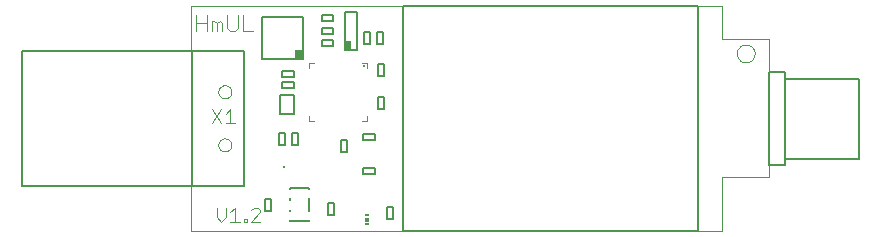
<source format=gto>
G75*
%MOIN*%
%OFA0B0*%
%FSLAX24Y24*%
%IPPOS*%
%LPD*%
%AMOC8*
5,1,8,0,0,1.08239X$1,22.5*
%
%ADD10C,0.0000*%
%ADD11C,0.0040*%
%ADD12C,0.0050*%
%ADD13R,0.0063X0.0094*%
%ADD14R,0.0118X0.0059*%
%ADD15R,0.0118X0.0118*%
%ADD16C,0.0060*%
%ADD17C,0.0118*%
%ADD18R,0.0197X0.0315*%
%ADD19R,0.0295X0.0295*%
D10*
X006209Y005967D02*
X023925Y005967D01*
X023925Y007739D01*
X025500Y007739D01*
X025500Y012363D01*
X023925Y012363D01*
X023925Y013447D01*
X006209Y013447D01*
X006209Y005967D01*
X007133Y008821D02*
X007135Y008850D01*
X007141Y008878D01*
X007150Y008906D01*
X007163Y008932D01*
X007180Y008955D01*
X007199Y008977D01*
X007221Y008996D01*
X007246Y009011D01*
X007272Y009024D01*
X007300Y009032D01*
X007328Y009037D01*
X007357Y009038D01*
X007386Y009035D01*
X007414Y009028D01*
X007441Y009018D01*
X007467Y009004D01*
X007490Y008987D01*
X007511Y008967D01*
X007529Y008944D01*
X007544Y008919D01*
X007555Y008892D01*
X007563Y008864D01*
X007567Y008835D01*
X007567Y008807D01*
X007563Y008778D01*
X007555Y008750D01*
X007544Y008723D01*
X007529Y008698D01*
X007511Y008675D01*
X007490Y008655D01*
X007467Y008638D01*
X007441Y008624D01*
X007414Y008614D01*
X007386Y008607D01*
X007357Y008604D01*
X007328Y008605D01*
X007300Y008610D01*
X007272Y008618D01*
X007246Y008631D01*
X007221Y008646D01*
X007199Y008665D01*
X007180Y008687D01*
X007163Y008710D01*
X007150Y008736D01*
X007141Y008764D01*
X007135Y008792D01*
X007133Y008821D01*
X007133Y010593D02*
X007135Y010622D01*
X007141Y010650D01*
X007150Y010678D01*
X007163Y010704D01*
X007180Y010727D01*
X007199Y010749D01*
X007221Y010768D01*
X007246Y010783D01*
X007272Y010796D01*
X007300Y010804D01*
X007328Y010809D01*
X007357Y010810D01*
X007386Y010807D01*
X007414Y010800D01*
X007441Y010790D01*
X007467Y010776D01*
X007490Y010759D01*
X007511Y010739D01*
X007529Y010716D01*
X007544Y010691D01*
X007555Y010664D01*
X007563Y010636D01*
X007567Y010607D01*
X007567Y010579D01*
X007563Y010550D01*
X007555Y010522D01*
X007544Y010495D01*
X007529Y010470D01*
X007511Y010447D01*
X007490Y010427D01*
X007467Y010410D01*
X007441Y010396D01*
X007414Y010386D01*
X007386Y010379D01*
X007357Y010376D01*
X007328Y010377D01*
X007300Y010382D01*
X007272Y010390D01*
X007246Y010403D01*
X007221Y010418D01*
X007199Y010437D01*
X007180Y010459D01*
X007163Y010482D01*
X007150Y010508D01*
X007141Y010536D01*
X007135Y010564D01*
X007133Y010593D01*
X024418Y011872D02*
X024420Y011906D01*
X024426Y011940D01*
X024436Y011973D01*
X024449Y012004D01*
X024467Y012034D01*
X024487Y012062D01*
X024511Y012087D01*
X024537Y012109D01*
X024565Y012127D01*
X024596Y012143D01*
X024628Y012155D01*
X024662Y012163D01*
X024696Y012167D01*
X024730Y012167D01*
X024764Y012163D01*
X024798Y012155D01*
X024830Y012143D01*
X024860Y012127D01*
X024889Y012109D01*
X024915Y012087D01*
X024939Y012062D01*
X024959Y012034D01*
X024977Y012004D01*
X024990Y011973D01*
X025000Y011940D01*
X025006Y011906D01*
X025008Y011872D01*
X025006Y011838D01*
X025000Y011804D01*
X024990Y011771D01*
X024977Y011740D01*
X024959Y011710D01*
X024939Y011682D01*
X024915Y011657D01*
X024889Y011635D01*
X024861Y011617D01*
X024830Y011601D01*
X024798Y011589D01*
X024764Y011581D01*
X024730Y011577D01*
X024696Y011577D01*
X024662Y011581D01*
X024628Y011589D01*
X024596Y011601D01*
X024565Y011617D01*
X024537Y011635D01*
X024511Y011657D01*
X024487Y011682D01*
X024467Y011710D01*
X024449Y011740D01*
X024436Y011771D01*
X024426Y011804D01*
X024420Y011838D01*
X024418Y011872D01*
D11*
X012094Y011545D02*
X012094Y011388D01*
X012094Y011545D02*
X011937Y011545D01*
X010323Y011545D02*
X010165Y011545D01*
X010165Y011388D01*
X008296Y012618D02*
X007949Y012618D01*
X007949Y013138D01*
X007780Y013138D02*
X007780Y012705D01*
X007694Y012618D01*
X007520Y012618D01*
X007433Y012705D01*
X007433Y013138D01*
X007178Y012965D02*
X007265Y012878D01*
X007265Y012618D01*
X007091Y012618D02*
X007091Y012878D01*
X007178Y012965D01*
X007091Y012878D02*
X007004Y012965D01*
X006918Y012965D01*
X006918Y012618D01*
X006749Y012618D02*
X006749Y013138D01*
X006749Y012878D02*
X006402Y012878D01*
X006402Y012618D02*
X006402Y013138D01*
X006913Y010010D02*
X007220Y009550D01*
X007373Y009550D02*
X007680Y009550D01*
X007527Y009550D02*
X007527Y010010D01*
X007373Y009857D01*
X007220Y010010D02*
X006913Y009550D01*
X010165Y009616D02*
X010165Y009774D01*
X010165Y009616D02*
X010323Y009616D01*
X011937Y009616D02*
X012094Y009616D01*
X012094Y009774D01*
X008535Y006651D02*
X008458Y006728D01*
X008305Y006728D01*
X008228Y006651D01*
X008535Y006651D02*
X008535Y006574D01*
X008228Y006267D01*
X008535Y006267D01*
X008074Y006267D02*
X007998Y006267D01*
X007998Y006344D01*
X008074Y006344D01*
X008074Y006267D01*
X007844Y006267D02*
X007537Y006267D01*
X007691Y006267D02*
X007691Y006728D01*
X007537Y006574D01*
X007384Y006421D02*
X007384Y006728D01*
X007077Y006728D02*
X007077Y006421D01*
X007230Y006267D01*
X007384Y006421D01*
D12*
X008690Y006610D02*
X008887Y006610D01*
X008887Y007004D01*
X008690Y007004D01*
X008690Y006610D01*
X007980Y007463D02*
X007980Y011951D01*
X006268Y011951D01*
X000579Y011951D01*
X000579Y007463D01*
X006268Y007463D01*
X006268Y011951D01*
X008580Y011698D02*
X009958Y011698D01*
X009958Y013076D01*
X008580Y013076D01*
X008580Y011698D01*
X009252Y011285D02*
X009252Y011089D01*
X009646Y011089D01*
X009646Y011285D01*
X009252Y011285D01*
X009252Y010925D02*
X009646Y010925D01*
X009646Y010729D01*
X009252Y010729D01*
X009252Y010925D01*
X009199Y010476D02*
X009671Y010476D01*
X009671Y009846D01*
X009199Y009846D01*
X009199Y010476D01*
X009170Y009224D02*
X009367Y009224D01*
X009367Y008830D01*
X009170Y008830D01*
X009170Y009224D01*
X009590Y009224D02*
X009590Y008830D01*
X009787Y008830D01*
X009787Y009224D01*
X009590Y009224D01*
X011210Y008984D02*
X011210Y008590D01*
X011407Y008590D01*
X011407Y008984D01*
X011210Y008984D01*
X011952Y008989D02*
X011952Y009185D01*
X012346Y009185D01*
X012346Y008989D01*
X011952Y008989D01*
X011952Y008045D02*
X012346Y008045D01*
X012346Y007849D01*
X011952Y007849D01*
X011952Y008045D01*
X010987Y006884D02*
X010790Y006884D01*
X010790Y006490D01*
X010987Y006490D01*
X010987Y006884D01*
X012770Y006764D02*
X012770Y006370D01*
X012967Y006370D01*
X012967Y006764D01*
X012770Y006764D01*
X013295Y005967D02*
X023138Y005967D01*
X023138Y013447D01*
X013295Y013447D01*
X013295Y005967D01*
X007980Y007463D02*
X006268Y007463D01*
X012470Y010030D02*
X012667Y010030D01*
X012667Y010424D01*
X012470Y010424D01*
X012470Y010030D01*
X012459Y011132D02*
X012656Y011132D01*
X012656Y011526D01*
X012459Y011526D01*
X012459Y011132D01*
X011746Y011997D02*
X011352Y011997D01*
X011352Y013257D01*
X011746Y013257D01*
X011746Y011997D01*
X011990Y012190D02*
X011990Y012584D01*
X012187Y012584D01*
X012187Y012190D01*
X011990Y012190D01*
X012410Y012190D02*
X012410Y012584D01*
X012607Y012584D01*
X012607Y012190D01*
X012410Y012190D01*
X010966Y012109D02*
X010572Y012109D01*
X010572Y012305D01*
X010966Y012305D01*
X010966Y012109D01*
X010966Y012529D02*
X010572Y012529D01*
X010572Y012725D01*
X010966Y012725D01*
X010966Y012529D01*
X010966Y012949D02*
X010572Y012949D01*
X010572Y013145D01*
X010966Y013145D01*
X010966Y012949D01*
X025500Y011262D02*
X025500Y008152D01*
X026012Y008152D01*
X026012Y008349D01*
X028492Y008349D01*
X028492Y011026D01*
X026012Y011026D01*
X026012Y008349D01*
X026012Y011026D02*
X026012Y011262D01*
X025520Y011262D01*
D13*
X009319Y008093D03*
D14*
X012090Y006475D03*
X012090Y006179D03*
D15*
X012090Y006327D03*
D16*
X010150Y006310D02*
X010150Y006273D01*
X009512Y006273D01*
X009512Y006310D01*
X009512Y006627D02*
X009512Y006665D01*
X009512Y007001D02*
X009512Y007039D01*
X009512Y007356D02*
X009512Y007393D01*
X010150Y007393D01*
X010150Y007356D01*
X010150Y007039D02*
X010150Y006627D01*
D17*
X011986Y011437D03*
D18*
X011450Y012154D03*
D19*
X009810Y011846D03*
M02*

</source>
